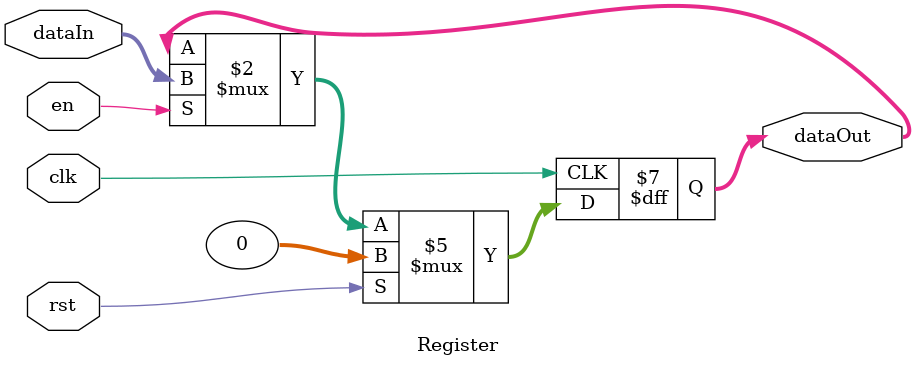
<source format=v>
`timescale 1ns / 1ps


module Register #(parameter dataW = 32)(
input clk, rst, en,
input [dataW - 1:0] dataIn,
output reg [dataW - 1:0] dataOut
    );
    
    always @(posedge clk)
    if(rst) dataOut <= 0;
    else if(en) dataOut <= dataIn;
    
endmodule

</source>
